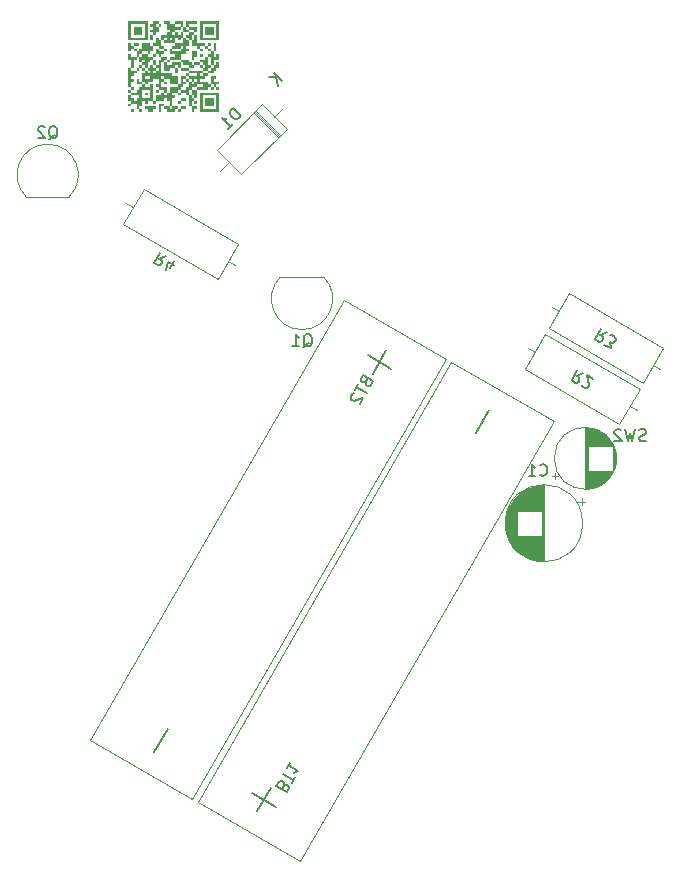
<source format=gbr>
%TF.GenerationSoftware,KiCad,Pcbnew,6.0.11-3.fc37*%
%TF.CreationDate,2023-02-22T00:24:16+00:00*%
%TF.ProjectId,easter,65617374-6572-42e6-9b69-6361645f7063,rev?*%
%TF.SameCoordinates,Original*%
%TF.FileFunction,Legend,Bot*%
%TF.FilePolarity,Positive*%
%FSLAX46Y46*%
G04 Gerber Fmt 4.6, Leading zero omitted, Abs format (unit mm)*
G04 Created by KiCad (PCBNEW 6.0.11-3.fc37) date 2023-02-22 00:24:16*
%MOMM*%
%LPD*%
G01*
G04 APERTURE LIST*
%ADD10C,0.000000*%
%ADD11C,0.150000*%
%ADD12C,0.120000*%
G04 APERTURE END LIST*
D10*
G36*
X115379883Y-52312379D02*
G01*
X115379883Y-52079883D01*
X114914893Y-52079883D01*
X114914893Y-52312379D01*
X114682398Y-52312379D01*
X114682398Y-52544873D01*
X114682397Y-52544873D01*
X114682397Y-52777369D01*
X114449902Y-52777369D01*
X114449902Y-52544873D01*
X113984912Y-52544873D01*
X113984912Y-52312379D01*
X114449903Y-52312379D01*
X114449903Y-52079883D01*
X114682398Y-52079883D01*
X114682398Y-51847388D01*
X114914893Y-51847388D01*
X115147388Y-51847388D01*
X115379883Y-51847388D01*
X115379884Y-52079883D01*
X115844873Y-52079883D01*
X115844873Y-51847388D01*
X115379883Y-51847388D01*
X115147388Y-51847388D01*
X115147388Y-51614893D01*
X115379883Y-51614893D01*
X115379883Y-51382399D01*
X115147387Y-51382399D01*
X115147387Y-51382398D01*
X114914893Y-51382398D01*
X114914893Y-51382399D01*
X115147387Y-51382399D01*
X115147388Y-51614893D01*
X114914893Y-51614893D01*
X114914893Y-51847388D01*
X114682398Y-51847388D01*
X114682398Y-51614893D01*
X114914893Y-51614893D01*
X114914893Y-51382399D01*
X114682398Y-51382399D01*
X114682398Y-51149903D01*
X115379883Y-51149903D01*
X115379883Y-50917408D01*
X114682398Y-50917408D01*
X114682398Y-50684912D01*
X115844873Y-50684912D01*
X115844873Y-50452418D01*
X116077368Y-50452418D01*
X116077368Y-50219923D01*
X115844873Y-50219923D01*
X115844873Y-49987428D01*
X115612378Y-49987428D01*
X115612378Y-49754932D01*
X116077368Y-49754932D01*
X116077368Y-49522437D01*
X116309864Y-49522437D01*
X116309864Y-49754932D01*
X116309863Y-49754932D01*
X116309864Y-49987428D01*
X116309863Y-49987428D01*
X116309864Y-50219923D01*
X116542358Y-50219923D01*
X116542359Y-50452418D01*
X116309863Y-50452418D01*
X116309864Y-50684912D01*
X115844874Y-50684912D01*
X115844873Y-50917408D01*
X115612378Y-50917408D01*
X115612378Y-51149903D01*
X115844873Y-51149903D01*
X115844873Y-50917408D01*
X116309863Y-50917408D01*
X116309864Y-51149903D01*
X116077369Y-51149903D01*
X116077369Y-51382399D01*
X115612378Y-51382399D01*
X115612378Y-51382398D01*
X115379883Y-51382398D01*
X115379883Y-51382399D01*
X115612378Y-51382399D01*
X115612378Y-51614893D01*
X116309864Y-51614893D01*
X116309864Y-51847388D01*
X116542359Y-51847388D01*
X116542359Y-52079883D01*
X116309863Y-52079883D01*
X116309864Y-52312379D01*
X115379883Y-52312379D01*
G37*
G36*
X111194971Y-52777369D02*
G01*
X110962476Y-52777369D01*
X110962476Y-52544873D01*
X111194971Y-52544873D01*
X111194971Y-52777369D01*
G37*
G36*
X111194971Y-53242359D02*
G01*
X111194971Y-53474855D01*
X110962476Y-53474855D01*
X110962476Y-53242359D01*
X110729980Y-53242359D01*
X110729980Y-53474855D01*
X110729981Y-53474855D01*
X110729980Y-53707350D01*
X110497485Y-53707350D01*
X110497485Y-53939845D01*
X110264990Y-53939845D01*
X110264990Y-53474855D01*
X109800000Y-53474855D01*
X109800000Y-53242359D01*
X109567505Y-53242359D01*
X109567505Y-53009864D01*
X109800000Y-53009864D01*
X110032495Y-53009864D01*
X110032495Y-53242359D01*
X110264990Y-53242359D01*
X110264990Y-53009864D01*
X111427466Y-53009864D01*
X111427466Y-52312379D01*
X110729981Y-52312379D01*
X110729980Y-52544873D01*
X110729980Y-52777369D01*
X110729981Y-52777369D01*
X110729980Y-53009864D01*
X110497485Y-53009864D01*
X110497485Y-52777369D01*
X109800000Y-52777369D01*
X109800000Y-53009864D01*
X109567505Y-53009864D01*
X109567505Y-52777369D01*
X109800000Y-52777369D01*
X109800000Y-52544873D01*
X110264990Y-52544873D01*
X110264990Y-52312379D01*
X110497485Y-52312379D01*
X110497485Y-52079883D01*
X110729980Y-52079883D01*
X110729980Y-51847388D01*
X110962476Y-51847388D01*
X110962476Y-52079883D01*
X111427466Y-52079883D01*
X111427466Y-51847388D01*
X111659961Y-51847388D01*
X111659961Y-52079883D01*
X111659960Y-52079883D01*
X111659961Y-52312379D01*
X111659961Y-52544873D01*
X111659960Y-52544873D01*
X111659961Y-52777369D01*
X111659961Y-53009864D01*
X111659960Y-53009864D01*
X111659961Y-53242359D01*
X111194971Y-53242359D01*
G37*
G36*
X114217407Y-51614893D02*
G01*
X114449902Y-51614893D01*
X114449902Y-51382399D01*
X114217407Y-51382399D01*
X114217407Y-51382398D01*
X113984912Y-51382398D01*
X113984912Y-51149903D01*
X114449902Y-51149903D01*
X114449902Y-50917408D01*
X114682397Y-50917408D01*
X114682397Y-51149903D01*
X114449903Y-51149903D01*
X114449903Y-51382398D01*
X114449902Y-51382398D01*
X114449902Y-51382399D01*
X114449903Y-51382399D01*
X114449903Y-51382398D01*
X114682397Y-51382398D01*
X114682397Y-51614893D01*
X114449903Y-51614893D01*
X114449903Y-51847388D01*
X114217408Y-51847388D01*
X114217408Y-52079883D01*
X113984912Y-52079883D01*
X113984912Y-52312379D01*
X113752417Y-52312379D01*
X113752417Y-52544873D01*
X113287426Y-52544873D01*
X113287427Y-52777369D01*
X113519923Y-52777369D01*
X113519922Y-53009864D01*
X113287426Y-53009864D01*
X113287427Y-53242359D01*
X113287427Y-53707350D01*
X113054932Y-53707350D01*
X113054932Y-53242359D01*
X112822436Y-53242359D01*
X112822436Y-53009864D01*
X112589941Y-53009864D01*
X112589942Y-53242359D01*
X111892456Y-53242359D01*
X111892456Y-52777369D01*
X112357447Y-52777369D01*
X112357447Y-52544873D01*
X112589941Y-52544873D01*
X112589942Y-52777369D01*
X112822436Y-52777369D01*
X112822436Y-52544873D01*
X113054932Y-52544873D01*
X113054932Y-52079883D01*
X113752417Y-52079883D01*
X113752417Y-51847388D01*
X113984913Y-51847388D01*
X113984913Y-51614893D01*
X113984912Y-51614893D01*
X113984912Y-51382399D01*
X114217407Y-51382399D01*
X114217407Y-51614893D01*
G37*
G36*
X114914893Y-53242360D02*
G01*
X114914893Y-53707350D01*
X114682398Y-53707350D01*
X114682398Y-53474855D01*
X114682397Y-53474855D01*
X114682397Y-53242360D01*
X114914893Y-53242360D01*
G37*
G36*
X114682398Y-53009864D02*
G01*
X114682398Y-52777369D01*
X114914893Y-52777369D01*
X114914893Y-52312379D01*
X115379883Y-52312379D01*
X115379883Y-52777369D01*
X115379884Y-52777369D01*
X115379884Y-53009864D01*
X115147388Y-53009864D01*
X115147388Y-52777369D01*
X114914893Y-52777369D01*
X114914893Y-53009864D01*
X115147387Y-53009864D01*
X115147387Y-53242360D01*
X114914893Y-53242360D01*
X114914893Y-53242359D01*
X114682397Y-53242359D01*
X114682397Y-53009864D01*
X114682398Y-53009864D01*
G37*
G36*
X112124951Y-46732496D02*
G01*
X111892457Y-46732496D01*
X111892456Y-46964991D01*
X112124951Y-46964991D01*
X112124951Y-47429981D01*
X111892457Y-47429981D01*
X111892456Y-47662476D01*
X111659961Y-47662476D01*
X111659961Y-47429981D01*
X111427466Y-47429981D01*
X111427466Y-47197486D01*
X111659961Y-47197486D01*
X111659961Y-46964991D01*
X111427466Y-46964991D01*
X111427466Y-46732496D01*
X111659961Y-46732496D01*
X111659961Y-46500000D01*
X112124951Y-46500000D01*
X112124951Y-46732496D01*
G37*
G36*
X112357447Y-46732496D02*
G01*
X112357447Y-46964991D01*
X112124951Y-46964991D01*
X112124951Y-46732496D01*
X112357447Y-46732496D01*
G37*
G36*
X110264990Y-49057447D02*
G01*
X110032495Y-49057447D01*
X110032495Y-48824952D01*
X110264990Y-48824952D01*
X110264990Y-49057447D01*
G37*
G36*
X113984912Y-49289942D02*
G01*
X113984912Y-49522437D01*
X113519923Y-49522437D01*
X113519923Y-49289942D01*
X113054932Y-49289942D01*
X113054932Y-49057447D01*
X113287427Y-49057447D01*
X113984912Y-49057447D01*
X113984912Y-48824952D01*
X113287427Y-48824952D01*
X113287427Y-49057447D01*
X113054932Y-49057447D01*
X113054932Y-48824952D01*
X113287427Y-48824952D01*
X113287427Y-48592457D01*
X113984912Y-48592457D01*
X113984912Y-48824952D01*
X114217407Y-48824952D01*
X114217407Y-48592457D01*
X114449902Y-48592457D01*
X114449902Y-48824952D01*
X114682397Y-48824952D01*
X114682397Y-49057447D01*
X114449903Y-49057447D01*
X114449903Y-49289942D01*
X113984912Y-49289942D01*
G37*
G36*
X111659960Y-48824952D02*
G01*
X111659961Y-48824952D01*
X111659961Y-49057447D01*
X111427466Y-49057447D01*
X111427466Y-49289942D01*
X111194971Y-49289942D01*
X111194971Y-49057447D01*
X110729980Y-49057447D01*
X110729980Y-49289942D01*
X110497485Y-49289942D01*
X110497485Y-49522437D01*
X110264990Y-49522437D01*
X110264990Y-49057447D01*
X110497485Y-49057447D01*
X110497485Y-48824952D01*
X110729980Y-48824952D01*
X110729980Y-48592457D01*
X111659960Y-48592457D01*
X111659960Y-48824952D01*
G37*
G36*
X111892456Y-50219923D02*
G01*
X111659961Y-50219923D01*
X111659961Y-49754932D01*
X111892456Y-49754932D01*
X111892456Y-50219923D01*
G37*
G36*
X113984912Y-52777369D02*
G01*
X113752417Y-52777369D01*
X113752417Y-52544873D01*
X113984912Y-52544873D01*
X113984912Y-52777369D01*
G37*
G36*
X113054932Y-53939845D02*
G01*
X113287427Y-53939845D01*
X113287427Y-53707350D01*
X113752418Y-53707350D01*
X113752417Y-53939845D01*
X113519921Y-53939845D01*
X113519922Y-54172340D01*
X112822436Y-54172340D01*
X112822436Y-53939845D01*
X112589942Y-53939845D01*
X112589942Y-53707350D01*
X113054932Y-53707350D01*
X113054932Y-53939845D01*
G37*
G36*
X111892456Y-53474855D02*
G01*
X111659961Y-53474855D01*
X111659961Y-53242359D01*
X111892456Y-53242359D01*
X111892456Y-53474855D01*
G37*
G36*
X115379883Y-46732496D02*
G01*
X114682398Y-46732496D01*
X114682398Y-46964991D01*
X114449903Y-46964991D01*
X114449903Y-46500000D01*
X115379883Y-46500000D01*
X115379883Y-46732496D01*
G37*
G36*
X110729980Y-47197486D02*
G01*
X110729981Y-47197486D01*
X110729980Y-47429981D01*
X110729981Y-47429981D01*
X110729980Y-47662476D01*
X110032495Y-47662476D01*
X110032495Y-46964991D01*
X110729981Y-46964991D01*
X110729980Y-47197486D01*
G37*
G36*
X109567505Y-48127466D02*
G01*
X109567505Y-47894971D01*
X109800000Y-47894971D01*
X110962476Y-47894971D01*
X110962476Y-46732496D01*
X109800000Y-46732496D01*
X109800000Y-47894971D01*
X109567505Y-47894971D01*
X109567505Y-46500000D01*
X111194971Y-46500000D01*
X111194971Y-48127466D01*
X109567505Y-48127466D01*
G37*
G36*
X116774854Y-47429981D02*
G01*
X116774855Y-47429981D01*
X116774854Y-47662476D01*
X116077368Y-47662476D01*
X116077368Y-46964991D01*
X116774854Y-46964991D01*
X116774854Y-47429981D01*
G37*
G36*
X115612378Y-48127466D02*
G01*
X115612378Y-47894971D01*
X115844873Y-47894971D01*
X117007349Y-47894971D01*
X117007349Y-46732496D01*
X115844874Y-46732496D01*
X115844873Y-46964991D01*
X115844874Y-46964991D01*
X115844873Y-47197486D01*
X115844873Y-47429981D01*
X115844874Y-47429981D01*
X115844873Y-47662476D01*
X115844874Y-47662476D01*
X115844873Y-47894971D01*
X115612378Y-47894971D01*
X115612378Y-46500000D01*
X117239844Y-46500000D01*
X117239844Y-46964991D01*
X117239845Y-46964991D01*
X117239844Y-47197486D01*
X117239844Y-47429981D01*
X117239845Y-47429981D01*
X117239844Y-47662476D01*
X117239844Y-48127466D01*
X115612378Y-48127466D01*
G37*
G36*
X111659961Y-48127466D02*
G01*
X111427466Y-48127466D01*
X111427466Y-47662476D01*
X111659961Y-47662476D01*
X111659961Y-48127466D01*
G37*
G36*
X113752417Y-47662476D02*
G01*
X113984913Y-47662476D01*
X113984913Y-47429981D01*
X114217408Y-47429981D01*
X114217408Y-47894971D01*
X114449902Y-47894971D01*
X114449902Y-48127466D01*
X114682398Y-48127466D01*
X114682398Y-48592457D01*
X113519922Y-48592457D01*
X113519922Y-48359962D01*
X114217408Y-48359962D01*
X114217408Y-48127466D01*
X114217407Y-48127466D01*
X114217407Y-47894971D01*
X113984912Y-47894971D01*
X113984912Y-48127466D01*
X113752417Y-48127466D01*
X113752417Y-47894971D01*
X113519922Y-47894971D01*
X113519922Y-48359962D01*
X112589942Y-48359962D01*
X112589942Y-48127466D01*
X113287427Y-48127466D01*
X113287427Y-47894971D01*
X113054932Y-47894971D01*
X113054932Y-48127466D01*
X112822436Y-48127466D01*
X112822436Y-47894971D01*
X112589942Y-47894971D01*
X112589942Y-48127466D01*
X112357447Y-48127466D01*
X112357447Y-47662476D01*
X112822436Y-47662476D01*
X112822436Y-47429981D01*
X113054932Y-47429981D01*
X113054932Y-47197486D01*
X112822436Y-47197486D01*
X112822436Y-46732496D01*
X112589942Y-46732496D01*
X112589942Y-46500000D01*
X113054932Y-46500000D01*
X113054932Y-46732496D01*
X113519923Y-46732496D01*
X113519923Y-46500000D01*
X114217408Y-46500000D01*
X114217408Y-46964991D01*
X114449903Y-46964991D01*
X114449903Y-47197486D01*
X114682398Y-47197486D01*
X114682398Y-47429981D01*
X114217408Y-47429981D01*
X114217408Y-46964991D01*
X113984913Y-46964991D01*
X113984913Y-46732496D01*
X113519923Y-46732496D01*
X113519922Y-46964991D01*
X113984912Y-46964991D01*
X113984912Y-47197486D01*
X113519922Y-47197486D01*
X113519922Y-47429981D01*
X113287427Y-47429981D01*
X113287427Y-47662476D01*
X113519922Y-47662476D01*
X113519922Y-47429981D01*
X113752418Y-47429981D01*
X113752417Y-47662476D01*
G37*
G36*
X109800000Y-48592457D02*
G01*
X109567505Y-48592457D01*
X109567505Y-48359962D01*
X109800000Y-48359962D01*
X109800000Y-48592457D01*
G37*
G36*
X110497485Y-48592457D02*
G01*
X110032495Y-48592457D01*
X110032495Y-48359962D01*
X110497485Y-48359962D01*
X110497485Y-48592457D01*
G37*
G36*
X116077368Y-48359962D02*
G01*
X116077368Y-48592457D01*
X114914893Y-48592457D01*
X114914893Y-48127466D01*
X115147388Y-48127466D01*
X115147388Y-47662476D01*
X114914893Y-47662476D01*
X114914893Y-48127466D01*
X114682398Y-48127466D01*
X114682398Y-47894971D01*
X114449903Y-47894971D01*
X114449903Y-47662476D01*
X114682398Y-47662476D01*
X114682398Y-47429981D01*
X115147388Y-47429981D01*
X115147388Y-47197486D01*
X114682398Y-47197486D01*
X114682398Y-46964991D01*
X115379883Y-46964991D01*
X115379884Y-47197486D01*
X115379883Y-47197486D01*
X115379883Y-47429981D01*
X115147389Y-47429981D01*
X115147389Y-47662476D01*
X115379883Y-47662476D01*
X115379883Y-48359962D01*
X116077368Y-48359962D01*
G37*
G36*
X112124951Y-48127466D02*
G01*
X112357447Y-48127466D01*
X112357447Y-48592457D01*
X111659961Y-48592457D01*
X111659961Y-48359962D01*
X111892456Y-48359962D01*
X111892456Y-47894971D01*
X112124951Y-47894971D01*
X112124951Y-48127466D01*
G37*
G36*
X111427466Y-48592457D02*
G01*
X110729980Y-48592457D01*
X110729980Y-48359962D01*
X111427466Y-48359962D01*
X111427466Y-48592457D01*
G37*
G36*
X117007349Y-48592457D02*
G01*
X116774854Y-48592457D01*
X116774854Y-48359962D01*
X117007349Y-48359962D01*
X117007349Y-48592457D01*
G37*
G36*
X116542359Y-48592457D02*
G01*
X116309864Y-48592457D01*
X116309864Y-48359962D01*
X116542359Y-48359962D01*
X116542359Y-48592457D01*
G37*
G36*
X116309864Y-48824952D02*
G01*
X116077368Y-48824952D01*
X116077368Y-48592457D01*
X116309863Y-48592457D01*
X116309864Y-48824952D01*
G37*
G36*
X115612378Y-48824952D02*
G01*
X115379883Y-48824952D01*
X115379883Y-48592457D01*
X115612378Y-48592457D01*
X115612378Y-48824952D01*
G37*
G36*
X112589941Y-48824952D02*
G01*
X112124951Y-48824952D01*
X112124951Y-48592457D01*
X112589941Y-48592457D01*
X112589941Y-48824952D01*
G37*
G36*
X110032495Y-48824952D02*
G01*
X109800000Y-48824952D01*
X109800000Y-49057447D01*
X109567505Y-49057447D01*
X109567505Y-48592457D01*
X110032495Y-48592457D01*
X110032495Y-48824952D01*
G37*
G36*
X116542359Y-49057447D02*
G01*
X116309864Y-49057447D01*
X116309864Y-48824952D01*
X116542358Y-48824952D01*
X116542359Y-49057447D01*
G37*
G36*
X112822436Y-49057447D02*
G01*
X112589942Y-49057447D01*
X112589942Y-48824952D01*
X112822436Y-48824952D01*
X112822436Y-49057447D01*
G37*
G36*
X115844873Y-49057447D02*
G01*
X115612378Y-49057447D01*
X115612378Y-48824952D01*
X115844873Y-48824952D01*
X115844873Y-49057447D01*
G37*
G36*
X109800000Y-49522437D02*
G01*
X109567505Y-49522437D01*
X109567505Y-49289942D01*
X109800000Y-49289942D01*
X109800000Y-49522437D01*
G37*
G36*
X111194971Y-49522437D02*
G01*
X110729981Y-49522437D01*
X110729981Y-49289942D01*
X111194971Y-49289942D01*
X111194971Y-49522437D01*
G37*
G36*
X112124951Y-49057447D02*
G01*
X112589942Y-49057447D01*
X112589942Y-49289942D01*
X112357447Y-49289942D01*
X112357447Y-49522437D01*
X112124952Y-49522437D01*
X112124952Y-49289942D01*
X111892457Y-49289942D01*
X111892456Y-49522437D01*
X111659962Y-49522437D01*
X111659962Y-49289942D01*
X111892456Y-49289942D01*
X111892456Y-48824952D01*
X112124951Y-48824952D01*
X112124951Y-49057447D01*
G37*
G36*
X115379883Y-49522437D02*
G01*
X114914893Y-49522437D01*
X114914893Y-49057447D01*
X115379883Y-49057447D01*
X115379883Y-49522437D01*
G37*
G36*
X115844873Y-49522437D02*
G01*
X115612379Y-49522437D01*
X115612379Y-49289942D01*
X115844874Y-49289942D01*
X115844873Y-49522437D01*
G37*
G36*
X117007349Y-48824952D02*
G01*
X117007349Y-49057447D01*
X116774854Y-49057447D01*
X116774854Y-49522437D01*
X116309864Y-49522437D01*
X116309864Y-49289942D01*
X116542359Y-49289942D01*
X116542359Y-49057447D01*
X116774854Y-49057447D01*
X116774854Y-48592457D01*
X117007348Y-48592457D01*
X117007349Y-48824952D01*
G37*
G36*
X117239844Y-49522437D02*
G01*
X117007349Y-49522437D01*
X117007349Y-49289942D01*
X117239845Y-49289942D01*
X117239844Y-49522437D01*
G37*
G36*
X115147388Y-49754932D02*
G01*
X114914893Y-49754932D01*
X114914893Y-49522437D01*
X115147388Y-49522437D01*
X115147388Y-49754932D01*
G37*
G36*
X113054932Y-49987428D02*
G01*
X112822436Y-49987428D01*
X112822436Y-49754932D01*
X113054932Y-49754932D01*
X113054932Y-49987428D01*
G37*
G36*
X117239844Y-49754932D02*
G01*
X116774854Y-49754932D01*
X116774854Y-49987428D01*
X116774853Y-49987428D01*
X116774854Y-50219923D01*
X116542359Y-50219923D01*
X116542359Y-49522437D01*
X117239844Y-49522437D01*
X117239844Y-49754932D01*
G37*
G36*
X115612378Y-50219923D02*
G01*
X115147387Y-50219923D01*
X115147387Y-49987428D01*
X115612378Y-49987428D01*
X115612378Y-50219923D01*
G37*
G36*
X110962476Y-50452418D02*
G01*
X110962476Y-50219923D01*
X110729980Y-50219923D01*
X110729980Y-49987428D01*
X110962476Y-49987428D01*
X110962476Y-49754932D01*
X110729980Y-49754932D01*
X110729980Y-49987428D01*
X110497485Y-49987428D01*
X110497485Y-49522437D01*
X111659961Y-49522437D01*
X111659961Y-49754932D01*
X111427466Y-49754932D01*
X111427466Y-49987428D01*
X111194971Y-49987428D01*
X111194971Y-50452418D01*
X110962476Y-50452418D01*
G37*
G36*
X115844873Y-50452418D02*
G01*
X115612378Y-50452418D01*
X115612378Y-50219923D01*
X115844873Y-50219923D01*
X115844873Y-50452418D01*
G37*
G36*
X110264990Y-49754932D02*
G01*
X110032495Y-49754932D01*
X110032495Y-50452418D01*
X109800000Y-50452418D01*
X109800000Y-49754932D01*
X109567505Y-49754932D01*
X109567505Y-49522437D01*
X110264990Y-49522437D01*
X110264990Y-49754932D01*
G37*
G36*
X110729980Y-50452418D02*
G01*
X110497485Y-50452418D01*
X110497485Y-50219923D01*
X110729980Y-50219923D01*
X110729980Y-50452418D01*
G37*
G36*
X110962476Y-50684912D02*
G01*
X110729980Y-50684912D01*
X110729980Y-50452418D01*
X110962476Y-50452418D01*
X110962476Y-50684912D01*
G37*
G36*
X110497485Y-50684912D02*
G01*
X110264990Y-50684912D01*
X110264990Y-50452418D01*
X110497485Y-50452418D01*
X110497485Y-50684912D01*
G37*
G36*
X112822436Y-49754932D02*
G01*
X112589942Y-49754932D01*
X112589942Y-49987428D01*
X112822436Y-49987428D01*
X112822436Y-50219923D01*
X113287427Y-50219923D01*
X113287427Y-49987428D01*
X113984912Y-49987428D01*
X113984912Y-49754932D01*
X113054932Y-49754932D01*
X113054932Y-49522437D01*
X113984912Y-49522437D01*
X113984912Y-49754932D01*
X114682397Y-49754932D01*
X114682397Y-49987428D01*
X114914893Y-49987428D01*
X114914893Y-50219923D01*
X115147387Y-50219923D01*
X115147387Y-50452418D01*
X114682397Y-50452418D01*
X114682397Y-50219923D01*
X114217408Y-50219923D01*
X114217408Y-49987428D01*
X113984912Y-49987428D01*
X113984912Y-50452418D01*
X114682397Y-50452418D01*
X114682397Y-50684913D01*
X113984912Y-50684913D01*
X113984912Y-50452418D01*
X113752417Y-50452418D01*
X113752417Y-50219923D01*
X113519921Y-50219923D01*
X113519921Y-50452418D01*
X113054932Y-50452418D01*
X113054932Y-50684913D01*
X112589942Y-50684913D01*
X112589942Y-50452418D01*
X112589941Y-50452418D01*
X112589941Y-50219923D01*
X112589942Y-50219923D01*
X112589942Y-49987428D01*
X112124951Y-49987428D01*
X112124951Y-49754932D01*
X112357447Y-49754932D01*
X112357447Y-49522437D01*
X112822437Y-49522437D01*
X112822436Y-49754932D01*
G37*
G36*
X111659961Y-50452418D02*
G01*
X111892456Y-50452418D01*
X111892456Y-50684912D01*
X111659961Y-50684912D01*
X111659961Y-50917408D01*
X111427466Y-50917408D01*
X111427466Y-50684912D01*
X111194971Y-50684912D01*
X111194971Y-50452418D01*
X111427466Y-50452418D01*
X111427466Y-50219923D01*
X111659960Y-50219923D01*
X111659961Y-50452418D01*
G37*
G36*
X113752417Y-50917408D02*
G01*
X113519922Y-50917408D01*
X113519922Y-50452418D01*
X113752417Y-50452418D01*
X113752417Y-50917408D01*
G37*
G36*
X117239844Y-50452418D02*
G01*
X117007349Y-50452418D01*
X117007349Y-50684912D01*
X116774854Y-50684912D01*
X116774854Y-50917408D01*
X116309864Y-50917408D01*
X116309864Y-50684912D01*
X116542359Y-50684912D01*
X116542359Y-50452418D01*
X116774854Y-50452418D01*
X116774854Y-50219923D01*
X117007349Y-50219923D01*
X117007349Y-49987428D01*
X117239844Y-49987428D01*
X117239844Y-50452418D01*
G37*
G36*
X112822436Y-51847388D02*
G01*
X112589942Y-51847388D01*
X112589942Y-51614893D01*
X112822437Y-51614893D01*
X112822436Y-51847388D01*
G37*
G36*
X117007349Y-51382398D02*
G01*
X116774853Y-51382398D01*
X116774854Y-51614893D01*
X117239845Y-51614893D01*
X117239844Y-51847388D01*
X117007349Y-51847388D01*
X117007349Y-52079883D01*
X116774854Y-52079883D01*
X116774854Y-51847388D01*
X116542359Y-51847388D01*
X116542359Y-51149903D01*
X117007349Y-51149903D01*
X117007349Y-51382398D01*
G37*
G36*
X109800000Y-50684912D02*
G01*
X110264990Y-50684912D01*
X110264990Y-50917408D01*
X110032495Y-50917408D01*
X110032495Y-51149903D01*
X109800000Y-51149903D01*
X109800000Y-51382398D01*
X110032495Y-51382398D01*
X110032495Y-51614893D01*
X109800000Y-51614893D01*
X109800000Y-52079883D01*
X109567505Y-52079883D01*
X109567505Y-50452418D01*
X109800000Y-50452418D01*
X109800000Y-50684912D01*
G37*
G36*
X110032495Y-52312379D02*
G01*
X109800000Y-52312379D01*
X109800000Y-52079883D01*
X110032495Y-52079883D01*
X110032495Y-52312379D01*
G37*
G36*
X116774854Y-52312379D02*
G01*
X116542359Y-52312379D01*
X116542359Y-52079883D01*
X116774854Y-52079883D01*
X116774854Y-52312379D01*
G37*
G36*
X117239844Y-52312379D02*
G01*
X117007349Y-52312379D01*
X117007349Y-52079883D01*
X117239844Y-52079883D01*
X117239844Y-52312379D01*
G37*
G36*
X112124951Y-52544873D02*
G01*
X111892456Y-52544873D01*
X111892456Y-52312379D01*
X112124951Y-52312379D01*
X112124951Y-52544873D01*
G37*
G36*
X109800000Y-52544873D02*
G01*
X109567505Y-52544873D01*
X109567505Y-52312379D01*
X109800000Y-52312379D01*
X109800000Y-52544873D01*
G37*
G36*
X111194971Y-51614893D02*
G01*
X111194971Y-51847388D01*
X110962476Y-51847388D01*
X110962476Y-51614893D01*
X110729981Y-51614893D01*
X110729980Y-51847388D01*
X110264990Y-51847388D01*
X110264990Y-51382398D01*
X110497485Y-51382398D01*
X110497485Y-51614893D01*
X110729980Y-51614893D01*
X110729980Y-51382398D01*
X110962476Y-51382398D01*
X111427466Y-51382398D01*
X111427466Y-51149903D01*
X110962476Y-51149903D01*
X110962476Y-51382398D01*
X110729980Y-51382398D01*
X110729980Y-50917408D01*
X110962476Y-50917408D01*
X110962476Y-50684912D01*
X111194971Y-50684912D01*
X111194971Y-50917408D01*
X111892456Y-50917408D01*
X111892456Y-50684912D01*
X112124951Y-50684912D01*
X112124951Y-50452418D01*
X111892456Y-50452418D01*
X111892456Y-50219923D01*
X112124951Y-50219923D01*
X112124951Y-49987428D01*
X112357446Y-49987428D01*
X112357447Y-50219923D01*
X112357446Y-50219923D01*
X112357447Y-50452418D01*
X112357446Y-50452418D01*
X112357447Y-50684912D01*
X112357447Y-50917408D01*
X113287427Y-50917408D01*
X113287427Y-51149903D01*
X113752417Y-51149903D01*
X113752417Y-51614893D01*
X113752418Y-51614893D01*
X113752417Y-51847388D01*
X113054932Y-51847388D01*
X113054932Y-51382398D01*
X112589942Y-51382398D01*
X112589942Y-51149903D01*
X112357447Y-51149903D01*
X112357447Y-51382398D01*
X112589941Y-51382398D01*
X112589941Y-51614893D01*
X112357447Y-51614893D01*
X112357447Y-52079883D01*
X112822436Y-52079883D01*
X112822436Y-52544873D01*
X112589942Y-52544873D01*
X112589942Y-52312379D01*
X112124951Y-52312379D01*
X112124951Y-52079883D01*
X111892456Y-52079883D01*
X111892456Y-51847388D01*
X112124951Y-51847388D01*
X112124951Y-51382398D01*
X111659960Y-51382398D01*
X111659960Y-51614893D01*
X111194971Y-51614893D01*
G37*
G36*
X114449902Y-53242360D02*
G01*
X113984912Y-53242360D01*
X113984912Y-53009864D01*
X114449902Y-53009864D01*
X114449902Y-53242360D01*
G37*
G36*
X113984912Y-53474855D02*
G01*
X113752417Y-53474855D01*
X113752417Y-53242359D01*
X113984912Y-53242359D01*
X113984912Y-53474855D01*
G37*
G36*
X115379883Y-53474855D02*
G01*
X115147388Y-53474855D01*
X115147388Y-53242359D01*
X115379883Y-53242359D01*
X115379883Y-53474855D01*
G37*
G36*
X109800000Y-53707350D02*
G01*
X109567505Y-53707350D01*
X109567505Y-53474855D01*
X109800000Y-53474855D01*
X109800000Y-53707350D01*
G37*
G36*
X114449903Y-53939845D02*
G01*
X113984913Y-53939845D01*
X113984913Y-53707350D01*
X114449903Y-53707350D01*
X114449903Y-53939845D01*
G37*
G36*
X111892456Y-53939845D02*
G01*
X111659960Y-53939845D01*
X111659960Y-54172340D01*
X111194971Y-54172340D01*
X111194971Y-53939845D01*
X110962476Y-53939845D01*
X110962476Y-53707350D01*
X111892457Y-53707350D01*
X111892456Y-53939845D01*
G37*
G36*
X112589942Y-53707350D02*
G01*
X112357447Y-53707350D01*
X112357447Y-53939845D01*
X112357446Y-53939845D01*
X112357447Y-54172340D01*
X112124951Y-54172340D01*
X112124951Y-53939845D01*
X112124952Y-53939845D01*
X112124952Y-53474855D01*
X112589942Y-53474855D01*
X112589942Y-53707350D01*
G37*
G36*
X113984912Y-54172340D02*
G01*
X113752417Y-54172340D01*
X113752417Y-53939845D01*
X113984912Y-53939845D01*
X113984912Y-54172340D01*
G37*
G36*
X115379883Y-53939845D02*
G01*
X115147387Y-53939845D01*
X115147388Y-54172340D01*
X114914893Y-54172340D01*
X114914893Y-53707350D01*
X115379884Y-53707350D01*
X115379883Y-53939845D01*
G37*
G36*
X116774854Y-53242359D02*
G01*
X116774854Y-53474855D01*
X116774855Y-53474855D01*
X116774854Y-53707350D01*
X116077368Y-53707350D01*
X116077368Y-53009864D01*
X116774853Y-53009864D01*
X116774854Y-53242359D01*
G37*
G36*
X115612378Y-54172340D02*
G01*
X115612378Y-53939845D01*
X115612379Y-53939845D01*
X115844873Y-53939845D01*
X117007349Y-53939845D01*
X117007349Y-52777369D01*
X115844874Y-52777369D01*
X115844873Y-53009864D01*
X115844873Y-53474855D01*
X115844874Y-53474855D01*
X115844873Y-53707350D01*
X115844874Y-53707350D01*
X115844873Y-53939845D01*
X115612379Y-53939845D01*
X115612379Y-53474855D01*
X115612378Y-53474855D01*
X115612378Y-52544873D01*
X117239844Y-52544873D01*
X117239844Y-53474855D01*
X117239845Y-53474855D01*
X117239844Y-53707350D01*
X117239845Y-53707350D01*
X117239844Y-53939845D01*
X117239844Y-54172340D01*
X115612378Y-54172340D01*
G37*
G36*
X110032495Y-54172340D02*
G01*
X109800000Y-54172340D01*
X109800000Y-53939845D01*
X110032495Y-53939845D01*
X110032495Y-54172340D01*
G37*
G36*
X110729980Y-54172340D02*
G01*
X110497485Y-54172340D01*
X110497485Y-53939845D01*
X110729980Y-53939845D01*
X110729980Y-54172340D01*
G37*
D11*
%TO.C,Q2*%
X102825238Y-56487619D02*
X102920476Y-56440000D01*
X103015714Y-56344761D01*
X103158571Y-56201904D01*
X103253809Y-56154285D01*
X103349047Y-56154285D01*
X103301428Y-56392380D02*
X103396666Y-56344761D01*
X103491904Y-56249523D01*
X103539523Y-56059047D01*
X103539523Y-55725714D01*
X103491904Y-55535238D01*
X103396666Y-55440000D01*
X103301428Y-55392380D01*
X103110952Y-55392380D01*
X103015714Y-55440000D01*
X102920476Y-55535238D01*
X102872857Y-55725714D01*
X102872857Y-56059047D01*
X102920476Y-56249523D01*
X103015714Y-56344761D01*
X103110952Y-56392380D01*
X103301428Y-56392380D01*
X102491904Y-55487619D02*
X102444285Y-55440000D01*
X102349047Y-55392380D01*
X102110952Y-55392380D01*
X102015714Y-55440000D01*
X101968095Y-55487619D01*
X101920476Y-55582857D01*
X101920476Y-55678095D01*
X101968095Y-55820952D01*
X102539523Y-56392380D01*
X101920476Y-56392380D01*
%TO.C,BT1*%
X122719001Y-111216162D02*
X122749191Y-111068635D01*
X122731761Y-111003586D01*
X122673092Y-110914728D01*
X122549374Y-110843299D01*
X122443086Y-110836919D01*
X122378037Y-110854349D01*
X122289178Y-110913018D01*
X122098702Y-111242933D01*
X122964728Y-111742933D01*
X123131394Y-111454258D01*
X123137774Y-111347969D01*
X123120344Y-111282921D01*
X123061675Y-111194062D01*
X122979197Y-111146443D01*
X122872908Y-111140063D01*
X122807860Y-111157493D01*
X122719001Y-111216162D01*
X122552335Y-111504837D01*
X123393299Y-111000625D02*
X123679013Y-110505754D01*
X122670131Y-110253189D02*
X123536156Y-110753189D01*
X123241559Y-109263446D02*
X122955845Y-109758318D01*
X123098702Y-109510882D02*
X123964728Y-110010882D01*
X123793391Y-110021932D01*
X123663293Y-110056791D01*
X123574435Y-110115461D01*
X138992994Y-81361130D02*
X140135851Y-79381643D01*
X120492994Y-113404070D02*
X121635851Y-111424583D01*
X120074679Y-111842898D02*
X122054166Y-112985755D01*
%TO.C,R4*%
X112721852Y-66380482D02*
X112195082Y-66626208D01*
X112226981Y-66094767D02*
X111726981Y-66960793D01*
X112056895Y-67151269D01*
X112163183Y-67157649D01*
X112228232Y-67140219D01*
X112317091Y-67081550D01*
X112388519Y-66957832D01*
X112394899Y-66851544D01*
X112377469Y-66786495D01*
X112318800Y-66697637D01*
X111988886Y-66507161D01*
X113130827Y-67386403D02*
X113464160Y-66809053D01*
X112734154Y-67597270D02*
X112885100Y-66859633D01*
X113421211Y-67169157D01*
%TO.C,R3*%
X150082591Y-72849893D02*
X149555821Y-73095619D01*
X149587720Y-72564178D02*
X149087720Y-73430204D01*
X149417634Y-73620680D01*
X149523922Y-73627060D01*
X149588971Y-73609630D01*
X149677830Y-73550961D01*
X149749258Y-73427243D01*
X149755638Y-73320955D01*
X149738208Y-73255906D01*
X149679539Y-73167048D01*
X149349625Y-72976572D01*
X149871267Y-73882585D02*
X150407378Y-74192109D01*
X150309179Y-73695528D01*
X150432896Y-73766956D01*
X150539185Y-73773336D01*
X150604233Y-73755906D01*
X150693092Y-73697237D01*
X150812139Y-73491040D01*
X150818519Y-73384752D01*
X150801089Y-73319704D01*
X150742420Y-73230845D01*
X150494984Y-73087988D01*
X150388696Y-73081608D01*
X150323647Y-73099038D01*
%TO.C,SW2*%
X153383333Y-82004761D02*
X153240476Y-82052380D01*
X153002380Y-82052380D01*
X152907142Y-82004761D01*
X152859523Y-81957142D01*
X152811904Y-81861904D01*
X152811904Y-81766666D01*
X152859523Y-81671428D01*
X152907142Y-81623809D01*
X153002380Y-81576190D01*
X153192857Y-81528571D01*
X153288095Y-81480952D01*
X153335714Y-81433333D01*
X153383333Y-81338095D01*
X153383333Y-81242857D01*
X153335714Y-81147619D01*
X153288095Y-81100000D01*
X153192857Y-81052380D01*
X152954761Y-81052380D01*
X152811904Y-81100000D01*
X152478571Y-81052380D02*
X152240476Y-82052380D01*
X152050000Y-81338095D01*
X151859523Y-82052380D01*
X151621428Y-81052380D01*
X151288095Y-81147619D02*
X151240476Y-81100000D01*
X151145238Y-81052380D01*
X150907142Y-81052380D01*
X150811904Y-81100000D01*
X150764285Y-81147619D01*
X150716666Y-81242857D01*
X150716666Y-81338095D01*
X150764285Y-81480952D01*
X151335714Y-82052380D01*
X150716666Y-82052380D01*
%TO.C,R2*%
X148082591Y-76313995D02*
X147555821Y-76559721D01*
X147587720Y-76028280D02*
X147087720Y-76894306D01*
X147417634Y-77084782D01*
X147523922Y-77091162D01*
X147588971Y-77073732D01*
X147677830Y-77015063D01*
X147749258Y-76891345D01*
X147755638Y-76785057D01*
X147738208Y-76720008D01*
X147679539Y-76631150D01*
X147349625Y-76440674D01*
X147960125Y-77288018D02*
X147977555Y-77353067D01*
X148036224Y-77441925D01*
X148242420Y-77560973D01*
X148348708Y-77567352D01*
X148413757Y-77549923D01*
X148502616Y-77491253D01*
X148550235Y-77408775D01*
X148580424Y-77261247D01*
X148371267Y-76480661D01*
X148907378Y-76790185D01*
%TO.C,BT2*%
X129680998Y-76983837D02*
X129650808Y-77131364D01*
X129668238Y-77196413D01*
X129726907Y-77285271D01*
X129850625Y-77356700D01*
X129956913Y-77363080D01*
X130021962Y-77345650D01*
X130110821Y-77286981D01*
X130301297Y-76957066D01*
X129435271Y-76457066D01*
X129268605Y-76745741D01*
X129262225Y-76852030D01*
X129279655Y-76917078D01*
X129338324Y-77005937D01*
X129420802Y-77053556D01*
X129527091Y-77059936D01*
X129592139Y-77042506D01*
X129680998Y-76983837D01*
X129847664Y-76695162D01*
X129006700Y-77199374D02*
X128720986Y-77694245D01*
X129729868Y-77946810D02*
X128863843Y-77446810D01*
X128660607Y-77989300D02*
X128595558Y-78006730D01*
X128506700Y-78065399D01*
X128387652Y-78271596D01*
X128381273Y-78377884D01*
X128398702Y-78442933D01*
X128457371Y-78531791D01*
X128539850Y-78579410D01*
X128687377Y-78609599D01*
X129467963Y-78400442D01*
X129158440Y-78936553D01*
X131413739Y-74345929D02*
X130270882Y-76325416D01*
X131832054Y-75907101D02*
X129852567Y-74764244D01*
X112913739Y-106388869D02*
X111770882Y-108368356D01*
%TO.C,D1*%
X119095240Y-54551416D02*
X118388134Y-53844309D01*
X118219775Y-54012668D01*
X118152431Y-54147355D01*
X118152431Y-54282042D01*
X118186103Y-54383057D01*
X118287118Y-54551416D01*
X118388134Y-54652431D01*
X118556492Y-54753447D01*
X118657508Y-54787118D01*
X118792195Y-54787118D01*
X118926882Y-54719775D01*
X119095240Y-54551416D01*
X118017744Y-55628912D02*
X118421805Y-55224851D01*
X118219775Y-55426882D02*
X117512668Y-54719775D01*
X117681027Y-54753447D01*
X117815714Y-54753447D01*
X117916729Y-54719775D01*
X122612255Y-51557661D02*
X121905148Y-50850554D01*
X122208194Y-51961722D02*
X122107179Y-51254615D01*
X121501087Y-51254615D02*
X122309209Y-51254615D01*
%TO.C,Q1*%
X124365238Y-74107619D02*
X124460476Y-74060000D01*
X124555714Y-73964761D01*
X124698571Y-73821904D01*
X124793809Y-73774285D01*
X124889047Y-73774285D01*
X124841428Y-74012380D02*
X124936666Y-73964761D01*
X125031904Y-73869523D01*
X125079523Y-73679047D01*
X125079523Y-73345714D01*
X125031904Y-73155238D01*
X124936666Y-73060000D01*
X124841428Y-73012380D01*
X124650952Y-73012380D01*
X124555714Y-73060000D01*
X124460476Y-73155238D01*
X124412857Y-73345714D01*
X124412857Y-73679047D01*
X124460476Y-73869523D01*
X124555714Y-73964761D01*
X124650952Y-74012380D01*
X124841428Y-74012380D01*
X123460476Y-74012380D02*
X124031904Y-74012380D01*
X123746190Y-74012380D02*
X123746190Y-73012380D01*
X123841428Y-73155238D01*
X123936666Y-73250476D01*
X124031904Y-73298095D01*
%TO.C,C1*%
X144416666Y-84907142D02*
X144464285Y-84954761D01*
X144607142Y-85002380D01*
X144702380Y-85002380D01*
X144845238Y-84954761D01*
X144940476Y-84859523D01*
X144988095Y-84764285D01*
X145035714Y-84573809D01*
X145035714Y-84430952D01*
X144988095Y-84240476D01*
X144940476Y-84145238D01*
X144845238Y-84050000D01*
X144702380Y-84002380D01*
X144607142Y-84002380D01*
X144464285Y-84050000D01*
X144416666Y-84097619D01*
X143464285Y-85002380D02*
X144035714Y-85002380D01*
X143750000Y-85002380D02*
X143750000Y-84002380D01*
X143845238Y-84145238D01*
X143940476Y-84240476D01*
X144035714Y-84288095D01*
D12*
%TO.C,Q2*%
X104530000Y-61350000D02*
X100930000Y-61350000D01*
X104568478Y-61338478D02*
G75*
G03*
X102730000Y-56900000I-1838478J1838478D01*
G01*
X102730000Y-56899999D02*
G75*
G03*
X100891522Y-61338478I0J-2600001D01*
G01*
%TO.C,BT1*%
X124080127Y-117619546D02*
X145580127Y-80380454D01*
X145580127Y-80380454D02*
X136919873Y-75380454D01*
X136919873Y-75380454D02*
X115419873Y-112619546D01*
X115419873Y-112619546D02*
X124080127Y-117619546D01*
%TO.C,R4*%
X118861038Y-65320436D02*
X117141038Y-68299564D01*
X110858963Y-60700436D02*
X118861038Y-65320436D01*
X109138963Y-63679564D02*
X110858963Y-60700436D01*
X117141038Y-68299564D02*
X109138963Y-63679564D01*
X118598595Y-67155000D02*
X118001038Y-66810000D01*
X109401405Y-61845000D02*
X109998963Y-62190000D01*
%TO.C,R3*%
X146859701Y-69525436D02*
X154861776Y-74145436D01*
X145402144Y-70670000D02*
X145999701Y-71015000D01*
X154861776Y-74145436D02*
X153141776Y-77124564D01*
X154599334Y-75980000D02*
X154001776Y-75635000D01*
X153141776Y-77124564D02*
X145139701Y-72504564D01*
X145139701Y-72504564D02*
X146859701Y-69525436D01*
%TO.C,SW2*%
X148530000Y-86065000D02*
X148530000Y-84540000D01*
X149851000Y-85535000D02*
X149851000Y-84540000D01*
X150051000Y-82460000D02*
X150051000Y-81636000D01*
X149811000Y-82460000D02*
X149811000Y-81435000D01*
X148490000Y-86069000D02*
X148490000Y-84540000D01*
X150491000Y-82460000D02*
X150491000Y-82181000D01*
X149091000Y-82460000D02*
X149091000Y-81058000D01*
X145445225Y-84975000D02*
X145945225Y-84975000D01*
X149011000Y-85968000D02*
X149011000Y-84540000D01*
X150331000Y-82460000D02*
X150331000Y-81946000D01*
X149251000Y-82460000D02*
X149251000Y-81118000D01*
X148730000Y-86036000D02*
X148730000Y-84540000D01*
X150451000Y-84883000D02*
X150451000Y-84540000D01*
X149531000Y-85747000D02*
X149531000Y-84540000D01*
X150731000Y-84305000D02*
X150731000Y-82695000D01*
X149451000Y-85790000D02*
X149451000Y-84540000D01*
X149931000Y-85471000D02*
X149931000Y-84540000D01*
X149331000Y-85848000D02*
X149331000Y-84540000D01*
X150371000Y-85000000D02*
X150371000Y-84540000D01*
X149011000Y-82460000D02*
X149011000Y-81032000D01*
X149571000Y-82460000D02*
X149571000Y-81276000D01*
X149891000Y-82460000D02*
X149891000Y-81496000D01*
X148610000Y-86056000D02*
X148610000Y-84540000D01*
X149371000Y-85829000D02*
X149371000Y-84540000D01*
X148850000Y-86011000D02*
X148850000Y-84540000D01*
X150331000Y-85054000D02*
X150331000Y-84540000D01*
X149051000Y-85955000D02*
X149051000Y-84540000D01*
X148290000Y-86080000D02*
X148290000Y-80920000D01*
X149651000Y-85675000D02*
X149651000Y-84540000D01*
X150251000Y-85153000D02*
X150251000Y-84540000D01*
X148610000Y-82460000D02*
X148610000Y-80944000D01*
X145695225Y-85225000D02*
X145695225Y-84725000D01*
X150691000Y-84415000D02*
X150691000Y-82585000D01*
X148890000Y-82460000D02*
X148890000Y-80999000D01*
X149371000Y-82460000D02*
X149371000Y-81171000D01*
X148690000Y-82460000D02*
X148690000Y-80957000D01*
X148770000Y-82460000D02*
X148770000Y-80972000D01*
X148570000Y-86061000D02*
X148570000Y-84540000D01*
X149571000Y-85724000D02*
X149571000Y-84540000D01*
X149051000Y-82460000D02*
X149051000Y-81045000D01*
X150571000Y-84678000D02*
X150571000Y-82322000D01*
X149691000Y-82460000D02*
X149691000Y-81351000D01*
X149451000Y-82460000D02*
X149451000Y-81210000D01*
X148410000Y-86076000D02*
X148410000Y-80924000D01*
X149651000Y-82460000D02*
X149651000Y-81325000D01*
X150251000Y-82460000D02*
X150251000Y-81847000D01*
X149691000Y-85649000D02*
X149691000Y-84540000D01*
X149251000Y-85882000D02*
X149251000Y-84540000D01*
X149491000Y-82460000D02*
X149491000Y-81232000D01*
X149131000Y-85928000D02*
X149131000Y-84540000D01*
X150131000Y-82460000D02*
X150131000Y-81715000D01*
X150091000Y-82460000D02*
X150091000Y-81674000D01*
X150371000Y-82460000D02*
X150371000Y-82000000D01*
X149811000Y-85565000D02*
X149811000Y-84540000D01*
X149291000Y-82460000D02*
X149291000Y-81135000D01*
X148530000Y-82460000D02*
X148530000Y-80935000D01*
X150611000Y-84598000D02*
X150611000Y-82402000D01*
X149171000Y-85914000D02*
X149171000Y-84540000D01*
X148770000Y-86028000D02*
X148770000Y-84540000D01*
X149171000Y-82460000D02*
X149171000Y-81086000D01*
X148650000Y-86050000D02*
X148650000Y-84540000D01*
X150211000Y-85199000D02*
X150211000Y-84540000D01*
X150851000Y-83784000D02*
X150851000Y-83216000D01*
X150411000Y-84943000D02*
X150411000Y-84540000D01*
X148890000Y-86001000D02*
X148890000Y-84540000D01*
X150171000Y-85243000D02*
X150171000Y-84540000D01*
X150291000Y-85105000D02*
X150291000Y-84540000D01*
X149491000Y-85768000D02*
X149491000Y-84540000D01*
X149131000Y-82460000D02*
X149131000Y-81072000D01*
X150171000Y-82460000D02*
X150171000Y-81757000D01*
X149291000Y-85865000D02*
X149291000Y-84540000D01*
X148330000Y-86079000D02*
X148330000Y-80921000D01*
X150131000Y-85285000D02*
X150131000Y-84540000D01*
X149731000Y-85622000D02*
X149731000Y-84540000D01*
X149331000Y-82460000D02*
X149331000Y-81152000D01*
X149211000Y-85898000D02*
X149211000Y-84540000D01*
X150531000Y-82460000D02*
X150531000Y-82249000D01*
X148930000Y-85991000D02*
X148930000Y-84540000D01*
X150051000Y-85364000D02*
X150051000Y-84540000D01*
X150411000Y-82460000D02*
X150411000Y-82057000D01*
X149411000Y-82460000D02*
X149411000Y-81190000D01*
X149771000Y-85595000D02*
X149771000Y-84540000D01*
X150811000Y-84018000D02*
X150811000Y-82982000D01*
X149891000Y-85504000D02*
X149891000Y-84540000D01*
X148810000Y-86020000D02*
X148810000Y-84540000D01*
X149971000Y-82460000D02*
X149971000Y-81563000D01*
X149771000Y-82460000D02*
X149771000Y-81405000D01*
X148570000Y-82460000D02*
X148570000Y-80939000D01*
X148730000Y-82460000D02*
X148730000Y-80964000D01*
X148971000Y-82460000D02*
X148971000Y-81020000D01*
X149731000Y-82460000D02*
X149731000Y-81378000D01*
X149411000Y-85810000D02*
X149411000Y-84540000D01*
X148370000Y-86078000D02*
X148370000Y-80922000D01*
X149211000Y-82460000D02*
X149211000Y-81102000D01*
X149531000Y-82460000D02*
X149531000Y-81253000D01*
X148690000Y-86043000D02*
X148690000Y-84540000D01*
X149611000Y-82460000D02*
X149611000Y-81300000D01*
X150451000Y-82460000D02*
X150451000Y-82117000D01*
X150291000Y-82460000D02*
X150291000Y-81895000D01*
X150771000Y-84177000D02*
X150771000Y-82823000D01*
X150211000Y-82460000D02*
X150211000Y-81801000D01*
X149851000Y-82460000D02*
X149851000Y-81465000D01*
X149971000Y-85437000D02*
X149971000Y-84540000D01*
X149611000Y-85700000D02*
X149611000Y-84540000D01*
X150011000Y-82460000D02*
X150011000Y-81599000D01*
X148971000Y-85980000D02*
X148971000Y-84540000D01*
X150531000Y-84751000D02*
X150531000Y-84540000D01*
X150011000Y-85401000D02*
X150011000Y-84540000D01*
X149931000Y-82460000D02*
X149931000Y-81529000D01*
X148450000Y-86073000D02*
X148450000Y-80927000D01*
X148810000Y-82460000D02*
X148810000Y-80980000D01*
X148490000Y-82460000D02*
X148490000Y-80931000D01*
X150651000Y-84511000D02*
X150651000Y-82489000D01*
X148250000Y-86080000D02*
X148250000Y-80920000D01*
X148850000Y-82460000D02*
X148850000Y-80989000D01*
X150491000Y-84819000D02*
X150491000Y-84540000D01*
X148930000Y-82460000D02*
X148930000Y-81009000D01*
X149091000Y-85942000D02*
X149091000Y-84540000D01*
X150091000Y-85326000D02*
X150091000Y-84540000D01*
X148650000Y-82460000D02*
X148650000Y-80950000D01*
X150870000Y-83500000D02*
G75*
G03*
X150870000Y-83500000I-2620000J0D01*
G01*
%TO.C,R2*%
X143402144Y-74134102D02*
X143999701Y-74479102D01*
X144859701Y-72989538D02*
X152861776Y-77609538D01*
X152599334Y-79444102D02*
X152001776Y-79099102D01*
X143139701Y-75968666D02*
X144859701Y-72989538D01*
X151141776Y-80588666D02*
X143139701Y-75968666D01*
X152861776Y-77609538D02*
X151141776Y-80588666D01*
%TO.C,BT2*%
X127826607Y-70130454D02*
X106326607Y-107369546D01*
X106326607Y-107369546D02*
X114986861Y-112369546D01*
X114986861Y-112369546D02*
X136486861Y-75130454D01*
X136486861Y-75130454D02*
X127826607Y-70130454D01*
%TO.C,D1*%
X120162635Y-54258472D02*
X122241529Y-56337366D01*
X117355421Y-59144580D02*
X118076670Y-58423331D01*
X122644580Y-53855421D02*
X121923331Y-54576670D01*
X122962778Y-55616117D02*
X119116117Y-59462778D01*
X120247488Y-54173619D02*
X122326382Y-56252513D01*
X120883884Y-53537223D02*
X122962778Y-55616117D01*
X120332341Y-54088766D02*
X122411235Y-56167660D01*
X117037223Y-57383884D02*
X120883884Y-53537223D01*
X119116117Y-59462778D02*
X117037223Y-57383884D01*
%TO.C,Q1*%
X122470000Y-68150000D02*
X126070000Y-68150000D01*
X122431522Y-68161522D02*
G75*
G03*
X124270000Y-72600000I1838478J-1838478D01*
G01*
X124270000Y-72600001D02*
G75*
G03*
X126108478Y-68161522I0J2600001D01*
G01*
%TO.C,C1*%
X143629000Y-90040000D02*
X143629000Y-92033000D01*
X144230000Y-90040000D02*
X144230000Y-92189000D01*
X143029000Y-90040000D02*
X143029000Y-91742000D01*
X144150000Y-85825000D02*
X144150000Y-87960000D01*
X144430000Y-85785000D02*
X144430000Y-87960000D01*
X142189000Y-87005000D02*
X142189000Y-90995000D01*
X144190000Y-85818000D02*
X144190000Y-87960000D01*
X144350000Y-90040000D02*
X144350000Y-92206000D01*
X142589000Y-90040000D02*
X142589000Y-91416000D01*
X141909000Y-87419000D02*
X141909000Y-90581000D01*
X142789000Y-90040000D02*
X142789000Y-91578000D01*
X142349000Y-86818000D02*
X142349000Y-91182000D01*
X143309000Y-90040000D02*
X143309000Y-91896000D01*
X143469000Y-86030000D02*
X143469000Y-87960000D01*
X143789000Y-90040000D02*
X143789000Y-92086000D01*
X141949000Y-87350000D02*
X141949000Y-90650000D01*
X144390000Y-85789000D02*
X144390000Y-87960000D01*
X142149000Y-87056000D02*
X142149000Y-90944000D01*
X143909000Y-90040000D02*
X143909000Y-92121000D01*
X144510000Y-85778000D02*
X144510000Y-87960000D01*
X142829000Y-90040000D02*
X142829000Y-91607000D01*
X143669000Y-90040000D02*
X143669000Y-92047000D01*
X143749000Y-90040000D02*
X143749000Y-92074000D01*
X141829000Y-87568000D02*
X141829000Y-90432000D01*
X144750000Y-85770000D02*
X144750000Y-92230000D01*
X142309000Y-86863000D02*
X142309000Y-91137000D01*
X142469000Y-86695000D02*
X142469000Y-87960000D01*
X142469000Y-90040000D02*
X142469000Y-91305000D01*
X141589000Y-88198000D02*
X141589000Y-89802000D01*
X141869000Y-87491000D02*
X141869000Y-90509000D01*
X143189000Y-90040000D02*
X143189000Y-91834000D01*
X143309000Y-86104000D02*
X143309000Y-87960000D01*
X142589000Y-86584000D02*
X142589000Y-87960000D01*
X142549000Y-86620000D02*
X142549000Y-87960000D01*
X143589000Y-85982000D02*
X143589000Y-87960000D01*
X142629000Y-86550000D02*
X142629000Y-87960000D01*
X141629000Y-88060000D02*
X141629000Y-89940000D01*
X143189000Y-86166000D02*
X143189000Y-87960000D01*
X143749000Y-85926000D02*
X143749000Y-87960000D01*
X144710000Y-85770000D02*
X144710000Y-92230000D01*
X143669000Y-85953000D02*
X143669000Y-87960000D01*
X144270000Y-85805000D02*
X144270000Y-87960000D01*
X143829000Y-90040000D02*
X143829000Y-92098000D01*
X142069000Y-87166000D02*
X142069000Y-90834000D01*
X144550000Y-85776000D02*
X144550000Y-92224000D01*
X143349000Y-90040000D02*
X143349000Y-91916000D01*
X143149000Y-90040000D02*
X143149000Y-91812000D01*
X143429000Y-90040000D02*
X143429000Y-91952000D01*
X144190000Y-90040000D02*
X144190000Y-92182000D01*
X141789000Y-87650000D02*
X141789000Y-90350000D01*
X148250241Y-87161000D02*
X147620241Y-87161000D01*
X144110000Y-90040000D02*
X144110000Y-92167000D01*
X142509000Y-90040000D02*
X142509000Y-91343000D01*
X144230000Y-85811000D02*
X144230000Y-87960000D01*
X141709000Y-87835000D02*
X141709000Y-90165000D01*
X142949000Y-86310000D02*
X142949000Y-87960000D01*
X143429000Y-86048000D02*
X143429000Y-87960000D01*
X143469000Y-90040000D02*
X143469000Y-91970000D01*
X143509000Y-90040000D02*
X143509000Y-91986000D01*
X144029000Y-90040000D02*
X144029000Y-92150000D01*
X143909000Y-85879000D02*
X143909000Y-87960000D01*
X144510000Y-90040000D02*
X144510000Y-92222000D01*
X142749000Y-86452000D02*
X142749000Y-87960000D01*
X142909000Y-86336000D02*
X142909000Y-87960000D01*
X143589000Y-90040000D02*
X143589000Y-92018000D01*
X142869000Y-86364000D02*
X142869000Y-87960000D01*
X141749000Y-87738000D02*
X141749000Y-90262000D01*
X143949000Y-85869000D02*
X143949000Y-87960000D01*
X143069000Y-90040000D02*
X143069000Y-91766000D01*
X143789000Y-85914000D02*
X143789000Y-87960000D01*
X143029000Y-86258000D02*
X143029000Y-87960000D01*
X144470000Y-85782000D02*
X144470000Y-87960000D01*
X144350000Y-85794000D02*
X144350000Y-87960000D01*
X142509000Y-86657000D02*
X142509000Y-87960000D01*
X143069000Y-86234000D02*
X143069000Y-87960000D01*
X142989000Y-90040000D02*
X142989000Y-91716000D01*
X143509000Y-86014000D02*
X143509000Y-87960000D01*
X143829000Y-85902000D02*
X143829000Y-87960000D01*
X143869000Y-85890000D02*
X143869000Y-87960000D01*
X143229000Y-86144000D02*
X143229000Y-87960000D01*
X142669000Y-90040000D02*
X142669000Y-91484000D01*
X143989000Y-90040000D02*
X143989000Y-92141000D01*
X144029000Y-85850000D02*
X144029000Y-87960000D01*
X142109000Y-87110000D02*
X142109000Y-90890000D01*
X143709000Y-85939000D02*
X143709000Y-87960000D01*
X143269000Y-90040000D02*
X143269000Y-91876000D01*
X142989000Y-86284000D02*
X142989000Y-87960000D01*
X143549000Y-85998000D02*
X143549000Y-87960000D01*
X144470000Y-90040000D02*
X144470000Y-92218000D01*
X144070000Y-85841000D02*
X144070000Y-87960000D01*
X142709000Y-86484000D02*
X142709000Y-87960000D01*
X143709000Y-90040000D02*
X143709000Y-92061000D01*
X143109000Y-86210000D02*
X143109000Y-87960000D01*
X143389000Y-86066000D02*
X143389000Y-87960000D01*
X144070000Y-90040000D02*
X144070000Y-92159000D01*
X144310000Y-85799000D02*
X144310000Y-87960000D01*
X143989000Y-85859000D02*
X143989000Y-87960000D01*
X144390000Y-90040000D02*
X144390000Y-92211000D01*
X143949000Y-90040000D02*
X143949000Y-92131000D01*
X144110000Y-85833000D02*
X144110000Y-87960000D01*
X142869000Y-90040000D02*
X142869000Y-91636000D01*
X143349000Y-86084000D02*
X143349000Y-87960000D01*
X143869000Y-90040000D02*
X143869000Y-92110000D01*
X142949000Y-90040000D02*
X142949000Y-91690000D01*
X143149000Y-86188000D02*
X143149000Y-87960000D01*
X142629000Y-90040000D02*
X142629000Y-91450000D01*
X144310000Y-90040000D02*
X144310000Y-92201000D01*
X143549000Y-90040000D02*
X143549000Y-92002000D01*
X142749000Y-90040000D02*
X142749000Y-91548000D01*
X141989000Y-87286000D02*
X141989000Y-90714000D01*
X142029000Y-87224000D02*
X142029000Y-90776000D01*
X143629000Y-85967000D02*
X143629000Y-87960000D01*
X144150000Y-90040000D02*
X144150000Y-92175000D01*
X142229000Y-86956000D02*
X142229000Y-91044000D01*
X143229000Y-90040000D02*
X143229000Y-91856000D01*
X141509000Y-88598000D02*
X141509000Y-89402000D01*
X144590000Y-85773000D02*
X144590000Y-92227000D01*
X144630000Y-85772000D02*
X144630000Y-92228000D01*
X142429000Y-86735000D02*
X142429000Y-91265000D01*
X142829000Y-86393000D02*
X142829000Y-87960000D01*
X142789000Y-86422000D02*
X142789000Y-87960000D01*
X141669000Y-87941000D02*
X141669000Y-90059000D01*
X142269000Y-86908000D02*
X142269000Y-91092000D01*
X143269000Y-86124000D02*
X143269000Y-87960000D01*
X141549000Y-88367000D02*
X141549000Y-89633000D01*
X142909000Y-90040000D02*
X142909000Y-91664000D01*
X144430000Y-90040000D02*
X144430000Y-92215000D01*
X143389000Y-90040000D02*
X143389000Y-91934000D01*
X142389000Y-86776000D02*
X142389000Y-91224000D01*
X142549000Y-90040000D02*
X142549000Y-91380000D01*
X144670000Y-85770000D02*
X144670000Y-92230000D01*
X142709000Y-90040000D02*
X142709000Y-91516000D01*
X142669000Y-86516000D02*
X142669000Y-87960000D01*
X144270000Y-90040000D02*
X144270000Y-92195000D01*
X147935241Y-86846000D02*
X147935241Y-87476000D01*
X143109000Y-90040000D02*
X143109000Y-91790000D01*
X148020000Y-89000000D02*
G75*
G03*
X148020000Y-89000000I-3270000J0D01*
G01*
%TD*%
M02*

</source>
